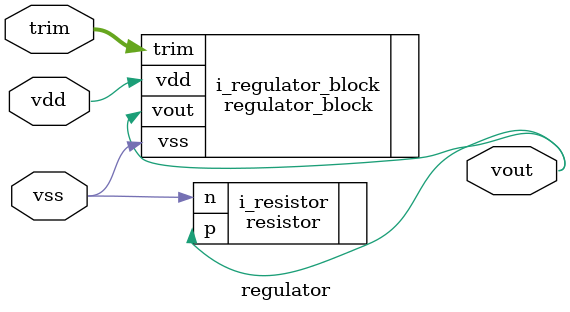
<source format=sv>
module regulator(input       vdd, 
                 input [3:0] trim, 
                 output      vout, 
                 input       vss);

  regulator_block
    #(.vout_abs  (3.3),
      .trim_step (0.2))
  i_regulator_block
    (
     .vdd  (vdd),
     .trim (trim),
     .vout (vout),
     .vss  (vss)
     );

  resistor
    #(.resistance (100))
  i_resistor
    (
     .p (vout),
     .n (vss)
     );

endmodule

</source>
